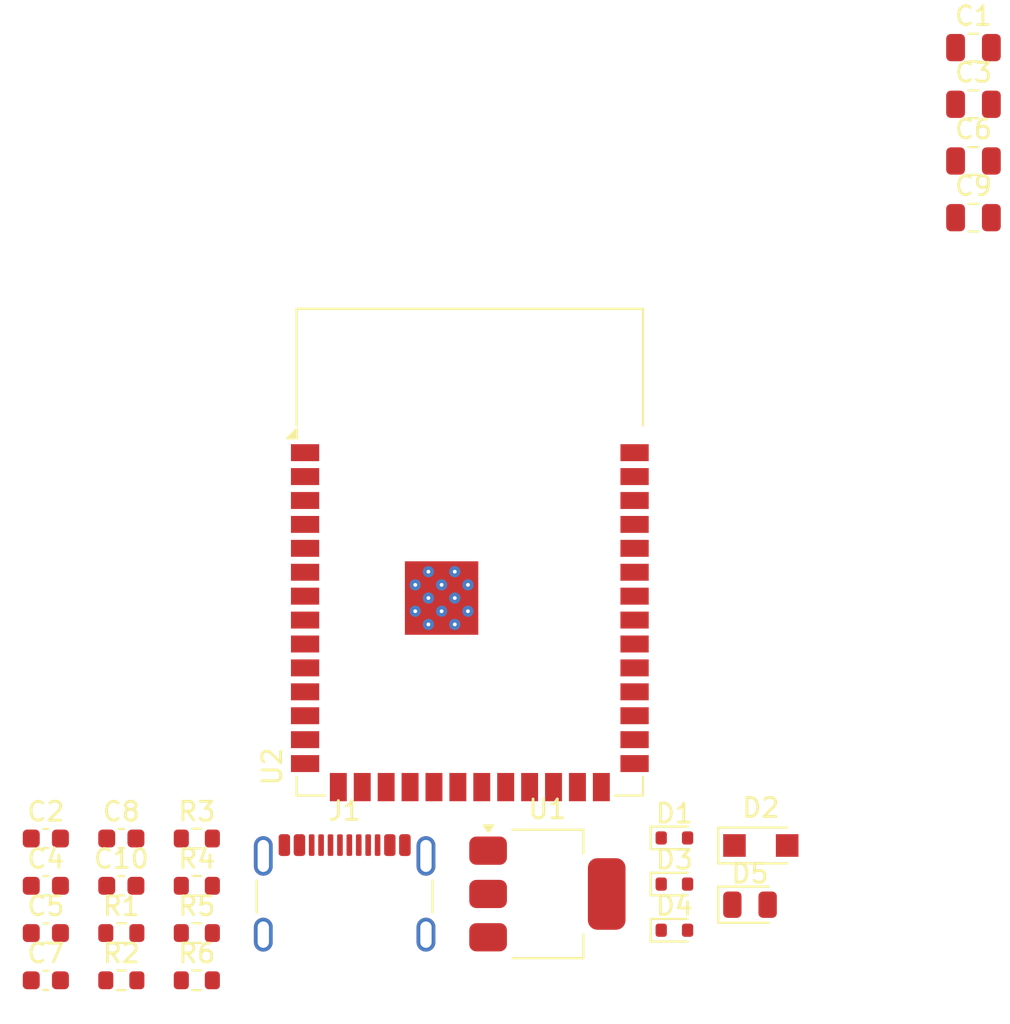
<source format=kicad_pcb>
(kicad_pcb (version 20241229) (generator "pcbnew") (generator_version "9.0")
  (layers (0 "F.Cu" signal) (2 "B.Cu" signal) (13 "F.Paste" user) (15 "B.Paste" user) (5 "F.SilkS" user "F.Silkscreen") (7 "B.SilkS" user "B.Silkscreen") (1 "F.Mask" user) (3 "B.Mask" user) (25 "Edge.Cuts" user))
  (net 0 "")
  (net 1 "GND")
  (net 2 "VCC_5V")
  (net 3 "VCC_3.3V")
  (net 4 "Net-(SW1-B)")
  (net 5 "VCC_3V3")
  (net 6 "GPIO0")
  (net 7 "Net-(D1-A2)")
  (net 8 "D-")
  (net 9 "D+")
  (net 14 "Net-(J1-CC2)")
  (net 15 "Net-(J1-CC1)")
  (footprint "RF_Module:ESP32-S3-WROOM-1" (layer "F.Cu") (at 97.3 80.27)
    (property "Reference" "U2" (at -10.5 11.4 90) (layer "F.SilkS"))
    (property "Value" "ESP32-S3-WROOM-1")
    (fp_line (start -9.2 -12.9) (end -9.2 -6.7) (stroke (width 0.12)) (layer "F.SilkS"))
    (fp_line (start -9.2 -12.9) (end 9.2 -12.9) (stroke (width 0.12)) (layer "F.SilkS"))
    (fp_line (start -9.2 11.95) (end -9.2 12.95) (stroke (width 0.12)) (layer "F.SilkS"))
    (fp_line (start -9.2 12.95) (end -7.7 12.95) (stroke (width 0.12)) (layer "F.SilkS"))
    (fp_line (start 9.2 -12.9) (end 9.2 -6.7) (stroke (width 0.12)) (layer "F.SilkS"))
    (fp_line (start 9.2 12.95) (end 7.7 12.95) (stroke (width 0.12)) (layer "F.SilkS"))
    (fp_line (start 9.2 12.95) (end 9.2 11.95) (stroke (width 0.12)) (layer "F.SilkS"))
    (fp_poly (pts (xy -9.2 -6.025) (xy -9.7 -6.025) (xy -9.2 -6.525) (xy -9.2 -6.025)) (stroke (width 0.12)) (fill yes) (layer "F.SilkS"))
    (pad "1" smd rect (at -8.75 -5.26) (size 1.5 0.9) (layers "F.Cu" "F.Mask" "F.Paste") (net 1 "GND"))
    (pad "2" smd rect (at -8.75 -3.99) (size 1.5 0.9) (layers "F.Cu" "F.Mask" "F.Paste") (net 5 "VCC_3V3"))
    (pad "3" smd rect (at -8.75 -2.72) (size 1.5 0.9) (layers "F.Cu" "F.Mask" "F.Paste") (net 4 "Net-(SW1-B)"))
    (pad "4" smd rect (at -8.75 -1.45) (size 1.5 0.9) (layers "F.Cu" "F.Mask" "F.Paste"))
    (pad "5" smd rect (at -8.75 -0.18) (size 1.5 0.9) (layers "F.Cu" "F.Mask" "F.Paste"))
    (pad "6" smd rect (at -8.75 1.09) (size 1.5 0.9) (layers "F.Cu" "F.Mask" "F.Paste"))
    (pad "7" smd rect (at -8.75 2.36) (size 1.5 0.9) (layers "F.Cu" "F.Mask" "F.Paste"))
    (pad "8" smd rect (at -8.75 3.63) (size 1.5 0.9) (layers "F.Cu" "F.Mask" "F.Paste"))
    (pad "9" smd rect (at -8.75 4.9) (size 1.5 0.9) (layers "F.Cu" "F.Mask" "F.Paste"))
    (pad "10" smd rect (at -8.75 6.17) (size 1.5 0.9) (layers "F.Cu" "F.Mask" "F.Paste"))
    (pad "11" smd rect (at -8.75 7.44) (size 1.5 0.9) (layers "F.Cu" "F.Mask" "F.Paste"))
    (pad "12" smd rect (at -8.75 8.71) (size 1.5 0.9) (layers "F.Cu" "F.Mask" "F.Paste"))
    (pad "13" smd rect (at -8.75 9.98) (size 1.5 0.9) (layers "F.Cu" "F.Mask" "F.Paste") (net 8 "D-"))
    (pad "14" smd rect (at -8.75 11.25 180) (size 1.5 0.9) (layers "F.Cu" "F.Mask" "F.Paste") (net 9 "D+"))
    (pad "15" smd rect (at -6.985 12.5 270) (size 1.5 0.9) (layers "F.Cu" "F.Mask" "F.Paste"))
    (pad "16" smd rect (at -5.715 12.5 270) (size 1.5 0.9) (layers "F.Cu" "F.Mask" "F.Paste"))
    (pad "17" smd rect (at -4.445 12.5 270) (size 1.5 0.9) (layers "F.Cu" "F.Mask" "F.Paste"))
    (pad "18" smd rect (at -3.175 12.5 270) (size 1.5 0.9) (layers "F.Cu" "F.Mask" "F.Paste"))
    (pad "19" smd rect (at -1.905 12.5 270) (size 1.5 0.9) (layers "F.Cu" "F.Mask" "F.Paste"))
    (pad "20" smd rect (at -0.635 12.5 270) (size 1.5 0.9) (layers "F.Cu" "F.Mask" "F.Paste"))
    (pad "21" smd rect (at 0.635 12.5 270) (size 1.5 0.9) (layers "F.Cu" "F.Mask" "F.Paste"))
    (pad "22" smd rect (at 1.905 12.5 270) (size 1.5 0.9) (layers "F.Cu" "F.Mask" "F.Paste"))
    (pad "23" smd rect (at 3.175 12.5 270) (size 1.5 0.9) (layers "F.Cu" "F.Mask" "F.Paste"))
    (pad "24" smd rect (at 4.445 12.5 270) (size 1.5 0.9) (layers "F.Cu" "F.Mask" "F.Paste"))
    (pad "25" smd rect (at 5.715 12.5 270) (size 1.5 0.9) (layers "F.Cu" "F.Mask" "F.Paste"))
    (pad "26" smd rect (at 6.985 12.5 270) (size 1.5 0.9) (layers "F.Cu" "F.Mask" "F.Paste"))
    (pad "27" smd rect (at 8.75 11.25) (size 1.5 0.9) (layers "F.Cu" "F.Mask" "F.Paste") (net 6 "GPIO0"))
    (pad "28" smd rect (at 8.75 9.98) (size 1.5 0.9) (layers "F.Cu" "F.Mask" "F.Paste"))
    (pad "29" smd rect (at 8.75 8.71) (size 1.5 0.9) (layers "F.Cu" "F.Mask" "F.Paste"))
    (pad "30" smd rect (at 8.75 7.44) (size 1.5 0.9) (layers "F.Cu" "F.Mask" "F.Paste"))
    (pad "31" smd rect (at 8.75 6.17) (size 1.5 0.9) (layers "F.Cu" "F.Mask" "F.Paste"))
    (pad "32" smd rect (at 8.75 4.9) (size 1.5 0.9) (layers "F.Cu" "F.Mask" "F.Paste"))
    (pad "33" smd rect (at 8.75 3.63) (size 1.5 0.9) (layers "F.Cu" "F.Mask" "F.Paste"))
    (pad "34" smd rect (at 8.75 2.36) (size 1.5 0.9) (layers "F.Cu" "F.Mask" "F.Paste"))
    (pad "35" smd rect (at 8.75 1.09) (size 1.5 0.9) (layers "F.Cu" "F.Mask" "F.Paste"))
    (pad "36" smd rect (at 8.75 -0.18) (size 1.5 0.9) (layers "F.Cu" "F.Mask" "F.Paste"))
    (pad "37" smd rect (at 8.75 -1.45) (size 1.5 0.9) (layers "F.Cu" "F.Mask" "F.Paste"))
    (pad "38" smd rect (at 8.75 -2.72) (size 1.5 0.9) (layers "F.Cu" "F.Mask" "F.Paste"))
    (pad "39" smd rect (at 8.75 -3.99) (size 1.5 0.9) (layers "F.Cu" "F.Mask" "F.Paste"))
    (pad "40" smd rect (at 8.75 -5.26) (size 1.5 0.9) (layers "F.Cu" "F.Mask" "F.Paste") (net 1 "GND"))
    (pad "41" thru_hole circle (at -2.9 1.76 90) (size 0.6 0.6) (drill 0.2) (property pad_prop_heatsink) (layers "*.Cu" "F.Mask") (net 1 "GND"))
    (pad "41" thru_hole circle (at -2.9 3.16) (size 0.6 0.6) (drill 0.2) (property pad_prop_heatsink) (layers "*.Cu" "F.Mask") (net 1 "GND"))
    (pad "41" thru_hole circle (at -2.2 1.06) (size 0.6 0.6) (drill 0.2) (property pad_prop_heatsink) (layers "*.Cu" "F.Mask") (net 1 "GND"))
    (pad "41" thru_hole circle (at -2.2 2.46) (size 0.6 0.6) (drill 0.2) (property pad_prop_heatsink) (layers "*.Cu" "F.Mask") (net 1 "GND"))
    (pad "41" thru_hole circle (at -2.2 3.86) (size 0.6 0.6) (drill 0.2) (property pad_prop_heatsink) (layers "*.Cu" "F.Mask") (net 1 "GND"))
    (pad "41" thru_hole circle (at -1.5 1.76) (size 0.6 0.6) (drill 0.2) (property pad_prop_heatsink) (layers "*.Cu" "F.Mask") (net 1 "GND"))
    (pad "41" smd rect (at -1.5 2.46 270) (size 3.9 3.9) (property pad_prop_heatsink) (layers "F.Cu" "F.Mask") (net 1 "GND"))
    (pad "41" thru_hole circle (at -1.5 3.16) (size 0.6 0.6) (drill 0.2) (property pad_prop_heatsink) (layers "*.Cu" "F.Mask") (net 1 "GND"))
    (pad "41" thru_hole circle (at -0.8 1.06) (size 0.6 0.6) (drill 0.2) (property pad_prop_heatsink) (layers "*.Cu" "F.Mask") (net 1 "GND"))
    (pad "41" thru_hole circle (at -0.8 2.46) (size 0.6 0.6) (drill 0.2) (property pad_prop_heatsink) (layers "*.Cu" "F.Mask") (net 1 "GND"))
    (pad "41" thru_hole circle (at -0.8 3.86) (size 0.6 0.6) (drill 0.2) (property pad_prop_heatsink) (layers "*.Cu" "F.Mask") (net 1 "GND"))
    (pad "41" thru_hole circle (at -0.1 1.76) (size 0.6 0.6) (drill 0.2) (property pad_prop_heatsink) (layers "*.Cu" "F.Mask") (net 1 "GND"))
    (pad "41" thru_hole circle (at -0.1 3.16) (size 0.6 0.6) (drill 0.2) (property pad_prop_heatsink) (layers "*.Cu" "F.Mask") (net 1 "GND"))
  )
  (footprint "Capacitor_SMD:C_0603_1608Metric" (layer "F.Cu") (at 78.79 95.5)
    (property "Reference" "C8" (at 0 -1.43 0) (layer "F.SilkS"))
    (property "Value" "100nF")
    (fp_line (start -0.14058 -0.51) (end 0.14058 -0.51) (stroke (width 0.12)) (layer "F.SilkS"))
    (fp_line (start -0.14058 0.51) (end 0.14058 0.51) (stroke (width 0.12)) (layer "F.SilkS"))
    (pad "1" smd roundrect (at -0.775 0) (size 0.9 0.95) (layers "F.Cu" "F.Mask" "F.Paste") (net 1 "GND"))
    (pad "2" smd roundrect (at 0.775 0) (size 0.9 0.95) (layers "F.Cu" "F.Mask" "F.Paste") (net 5 "VCC_3V3"))
  )
  (footprint "Resistor_SMD:R_0603_1608Metric" (layer "F.Cu") (at 82.8 103.03)
    (property "Reference" "R6" (at 0 -1.43 0) (layer "F.SilkS"))
    (property "Value" "10k")
    (fp_line (start -0.237258 -0.5225) (end 0.237258 -0.5225) (stroke (width 0.12)) (layer "F.SilkS"))
    (fp_line (start -0.237258 0.5225) (end 0.237258 0.5225) (stroke (width 0.12)) (layer "F.SilkS"))
    (pad "1" smd roundrect (at -0.825 0) (size 0.8 0.95) (layers "F.Cu" "F.Mask" "F.Paste") (net 5 "VCC_3V3"))
    (pad "2" smd roundrect (at 0.825 0) (size 0.8 0.95) (layers "F.Cu" "F.Mask" "F.Paste") (net 6 "GPIO0"))
  )
  (footprint "Capacitor_SMD:C_0603_1608Metric" (layer "F.Cu") (at 74.78 100.52)
    (property "Reference" "C5" (at 0 -1.43 0) (layer "F.SilkS"))
    (property "Value" "1uF")
    (fp_line (start -0.14058 -0.51) (end 0.14058 -0.51) (stroke (width 0.12)) (layer "F.SilkS"))
    (fp_line (start -0.14058 0.51) (end 0.14058 0.51) (stroke (width 0.12)) (layer "F.SilkS"))
    (pad "1" smd roundrect (at -0.775 0) (size 0.9 0.95) (layers "F.Cu" "F.Mask" "F.Paste") (net 4 "Net-(SW1-B)"))
    (pad "2" smd roundrect (at 0.775 0) (size 0.9 0.95) (layers "F.Cu" "F.Mask" "F.Paste") (net 1 "GND"))
  )
  (footprint "Connector_USB:USB_C_Receptacle_GCT_USB4105-xx-A_16P_TopMnt_Horizontal" (layer "F.Cu") (at 90.65 99.53)
    (property "Reference" "J1" (at 0 -5.5 0) (layer "F.SilkS"))
    (property "Value" "USB_C_Receptacle_USB2.0_16P")
    (fp_line (start -4.67 -0.1) (end -4.67 -1.8) (stroke (width 0.12)) (layer "F.SilkS"))
    (fp_line (start 4.67 -0.1) (end 4.67 -1.8) (stroke (width 0.12)) (layer "F.SilkS"))
    (pad "" np_thru_hole circle (at -2.89 -2.605) (size 0.65 0.65) (drill 0.65) (layers "*.Cu" "*.Mask"))
    (pad "" np_thru_hole circle (at 2.89 -2.605) (size 0.65 0.65) (drill 0.65) (layers "*.Cu" "*.Mask"))
    (pad "A1" smd roundrect (at -3.2 -3.68) (size 0.6 1.15) (layers "F.Cu" "F.Mask" "F.Paste") (net 1 "GND"))
    (pad "A4" smd roundrect (at -2.4 -3.68) (size 0.6 1.15) (layers "F.Cu" "F.Mask" "F.Paste") (net 7 "Net-(D1-A2)"))
    (pad "A5" smd roundrect (at -1.25 -3.68) (size 0.3 1.15) (layers "F.Cu" "F.Mask" "F.Paste") (net 15 "Net-(J1-CC1)"))
    (pad "A6" smd roundrect (at -0.25 -3.68) (size 0.3 1.15) (layers "F.Cu" "F.Mask" "F.Paste") (net 9 "D+"))
    (pad "A7" smd roundrect (at 0.25 -3.68) (size 0.3 1.15) (layers "F.Cu" "F.Mask" "F.Paste") (net 8 "D-"))
    (pad "A8" smd roundrect (at 1.25 -3.68) (size 0.3 1.15) (layers "F.Cu" "F.Mask" "F.Paste"))
    (pad "A9" smd roundrect (at 2.4 -3.68) (size 0.6 1.15) (layers "F.Cu" "F.Mask" "F.Paste") (net 7 "Net-(D1-A2)"))
    (pad "A12" smd roundrect (at 3.2 -3.68) (size 0.6 1.15) (layers "F.Cu" "F.Mask" "F.Paste") (net 1 "GND"))
    (pad "B1" smd roundrect (at 3.2 -3.68) (size 0.6 1.15) (layers "F.Cu" "F.Mask" "F.Paste") (net 1 "GND"))
    (pad "B4" smd roundrect (at 2.4 -3.68) (size 0.6 1.15) (layers "F.Cu" "F.Mask" "F.Paste") (net 7 "Net-(D1-A2)"))
    (pad "B5" smd roundrect (at 1.75 -3.68) (size 0.3 1.15) (layers "F.Cu" "F.Mask" "F.Paste") (net 14 "Net-(J1-CC2)"))
    (pad "B6" smd roundrect (at 0.75 -3.68) (size 0.3 1.15) (layers "F.Cu" "F.Mask" "F.Paste") (net 9 "D+"))
    (pad "B7" smd roundrect (at -0.75 -3.68) (size 0.3 1.15) (layers "F.Cu" "F.Mask" "F.Paste") (net 8 "D-"))
    (pad "B8" smd roundrect (at -1.75 -3.68) (size 0.3 1.15) (layers "F.Cu" "F.Mask" "F.Paste"))
    (pad "B9" smd roundrect (at -2.4 -3.68) (size 0.6 1.15) (layers "F.Cu" "F.Mask" "F.Paste") (net 7 "Net-(D1-A2)"))
    (pad "B12" smd roundrect (at -3.2 -3.68) (size 0.6 1.15) (layers "F.Cu" "F.Mask" "F.Paste") (net 1 "GND"))
    (pad "S1" thru_hole oval (at -4.32 -3.105) (size 1 2.1) (drill oval 0.6 1.7) (property pad_prop_heatsink) (layers "*.Cu" "*.Mask" "F.Paste") (net 1 "GND"))
    (pad "S1" thru_hole oval (at -4.32 1.075) (size 1 1.8) (drill oval 0.6 1.4) (property pad_prop_heatsink) (layers "*.Cu" "*.Mask" "F.Paste") (net 1 "GND"))
    (pad "S1" thru_hole oval (at 4.32 -3.105) (size 1 2.1) (drill oval 0.6 1.7) (property pad_prop_heatsink) (layers "*.Cu" "*.Mask" "F.Paste") (net 1 "GND"))
    (pad "S1" thru_hole oval (at 4.32 1.075) (size 1 1.8) (drill oval 0.6 1.4) (property pad_prop_heatsink) (layers "*.Cu" "*.Mask" "F.Paste") (net 1 "GND"))
  )
  (footprint "Capacitor_SMD:C_0805_2012Metric" (layer "F.Cu") (at 124.05 53.5)
    (property "Reference" "C1" (at 0 -1.68 0) (layer "F.SilkS"))
    (property "Value" "10uF")
    (fp_line (start -0.261252 -0.735) (end 0.261252 -0.735) (stroke (width 0.12)) (layer "F.SilkS"))
    (fp_line (start -0.261252 0.735) (end 0.261252 0.735) (stroke (width 0.12)) (layer "F.SilkS"))
    (pad "1" smd roundrect (at -0.95 0) (size 1 1.45) (layers "F.Cu" "F.Mask" "F.Paste") (net 2 "VCC_5V"))
    (pad "2" smd roundrect (at 0.95 0) (size 1 1.45) (layers "F.Cu" "F.Mask" "F.Paste") (net 1 "GND"))
  )
  (footprint "Diode_SMD:Nexperia_CFP3_SOD-123W" (layer "F.Cu") (at 112.755 95.87)
    (property "Reference" "D2" (at 0 -2 0) (layer "F.SilkS"))
    (property "Value" "1N5819HW")
    (fp_line (start -2.26 -0.95) (end -2.26 0.95) (stroke (width 0.12)) (layer "F.SilkS"))
    (fp_line (start -2.26 -0.95) (end 1.4 -0.95) (stroke (width 0.12)) (layer "F.SilkS"))
    (fp_line (start -2.26 0.95) (end 1.4 0.95) (stroke (width 0.12)) (layer "F.SilkS"))
    (pad "1" smd rect (at -1.4 0) (size 1.2 1.2) (layers "F.Cu" "F.Mask" "F.Paste") (net 2 "VCC_5V"))
    (pad "2" smd rect (at 1.4 0) (size 1.2 1.2) (layers "F.Cu" "F.Mask" "F.Paste") (net 7 "Net-(D1-A2)"))
  )
  (footprint "Capacitor_SMD:C_0805_2012Metric" (layer "F.Cu") (at 124.05 62.53)
    (property "Reference" "C9" (at 0 -1.68 0) (layer "F.SilkS"))
    (property "Value" "10uF")
    (fp_line (start -0.261252 -0.735) (end 0.261252 -0.735) (stroke (width 0.12)) (layer "F.SilkS"))
    (fp_line (start -0.261252 0.735) (end 0.261252 0.735) (stroke (width 0.12)) (layer "F.SilkS"))
    (pad "1" smd roundrect (at -0.95 0) (size 1 1.45) (layers "F.Cu" "F.Mask" "F.Paste") (net 1 "GND"))
    (pad "2" smd roundrect (at 0.95 0) (size 1 1.45) (layers "F.Cu" "F.Mask" "F.Paste") (net 5 "VCC_3V3"))
  )
  (footprint "Resistor_SMD:R_0603_1608Metric" (layer "F.Cu") (at 82.8 98.01)
    (property "Reference" "R4" (at 0 -1.43 0) (layer "F.SilkS"))
    (property "Value" "160")
    (fp_line (start -0.237258 -0.5225) (end 0.237258 -0.5225) (stroke (width 0.12)) (layer "F.SilkS"))
    (fp_line (start -0.237258 0.5225) (end 0.237258 0.5225) (stroke (width 0.12)) (layer "F.SilkS"))
    (pad "1" smd roundrect (at -0.825 0) (size 0.8 0.95) (layers "F.Cu" "F.Mask" "F.Paste"))
    (pad "2" smd roundrect (at 0.825 0) (size 0.8 0.95) (layers "F.Cu" "F.Mask" "F.Paste"))
  )
  (footprint "Package_TO_SOT_SMD:SOT-223-3_TabPin2" (layer "F.Cu") (at 101.42 98.445)
    (property "Reference" "U1" (at 0 -4.5 0) (layer "F.SilkS"))
    (property "Value" "AMS1117-3.3")
    (fp_line (start -1.85 -3.41) (end 1.91 -3.41) (stroke (width 0.12)) (layer "F.SilkS"))
    (fp_line (start -1.85 3.41) (end 1.91 3.41) (stroke (width 0.12)) (layer "F.SilkS"))
    (fp_line (start 1.91 -3.41) (end 1.91 -2.15) (stroke (width 0.12)) (layer "F.SilkS"))
    (fp_line (start 1.91 3.41) (end 1.91 2.15) (stroke (width 0.12)) (layer "F.SilkS"))
    (fp_poly (pts (xy -3.13 -3.31) (xy -3.37 -3.64) (xy -2.89 -3.64) (xy -3.13 -3.31)) (stroke (width 0.12)) (fill yes) (layer "F.SilkS"))
    (pad "1" smd roundrect (at -3.15 -2.3) (size 2 1.5) (layers "F.Cu" "F.Mask" "F.Paste") (net 1 "GND"))
    (pad "2" smd roundrect (at -3.15 0) (size 2 1.5) (layers "F.Cu" "F.Mask" "F.Paste") (net 3 "VCC_3.3V"))
    (pad "2" smd roundrect (at 3.15 0) (size 2 3.8) (layers "F.Cu" "F.Mask" "F.Paste") (net 3 "VCC_3.3V"))
    (pad "3" smd roundrect (at -3.15 2.3) (size 2 1.5) (layers "F.Cu" "F.Mask" "F.Paste") (net 2 "VCC_5V"))
  )
  (footprint "Capacitor_SMD:C_0603_1608Metric" (layer "F.Cu") (at 78.79 98.01)
    (property "Reference" "C10" (at 0 -1.43 0) (layer "F.SilkS"))
    (property "Value" "100nF")
    (fp_line (start -0.14058 -0.51) (end 0.14058 -0.51) (stroke (width 0.12)) (layer "F.SilkS"))
    (fp_line (start -0.14058 0.51) (end 0.14058 0.51) (stroke (width 0.12)) (layer "F.SilkS"))
    (pad "1" smd roundrect (at -0.775 0) (size 0.9 0.95) (layers "F.Cu" "F.Mask" "F.Paste") (net 6 "GPIO0"))
    (pad "2" smd roundrect (at 0.775 0) (size 0.9 0.95) (layers "F.Cu" "F.Mask" "F.Paste") (net 1 "GND"))
  )
  (footprint "LED_SMD:LED_0805_2012Metric" (layer "F.Cu") (at 112.18 99.015)
    (property "Reference" "D5" (at 0 -1.65 0) (layer "F.SilkS"))
    (property "Value" "LED")
    (fp_line (start -1.685 -0.96) (end -1.685 0.96) (stroke (width 0.12)) (layer "F.SilkS"))
    (fp_line (start -1.685 0.96) (end 1 0.96) (stroke (width 0.12)) (layer "F.SilkS"))
    (fp_line (start 1 -0.96) (end -1.685 -0.96) (stroke (width 0.12)) (layer "F.SilkS"))
    (pad "1" smd roundrect (at -0.9375 0) (size 0.975 1.4) (layers "F.Cu" "F.Mask" "F.Paste"))
    (pad "2" smd roundrect (at 0.9375 0) (size 0.975 1.4) (layers "F.Cu" "F.Mask" "F.Paste"))
  )
  (footprint "Resistor_SMD:R_0603_1608Metric" (layer "F.Cu") (at 78.79 100.52)
    (property "Reference" "R1" (at 0 -1.43 0) (layer "F.SilkS"))
    (property "Value" "10k")
    (fp_line (start -0.237258 -0.5225) (end 0.237258 -0.5225) (stroke (width 0.12)) (layer "F.SilkS"))
    (fp_line (start -0.237258 0.5225) (end 0.237258 0.5225) (stroke (width 0.12)) (layer "F.SilkS"))
    (pad "1" smd roundrect (at -0.825 0) (size 0.8 0.95) (layers "F.Cu" "F.Mask" "F.Paste") (net 5 "VCC_3V3"))
    (pad "2" smd roundrect (at 0.825 0) (size 0.8 0.95) (layers "F.Cu" "F.Mask" "F.Paste") (net 4 "Net-(SW1-B)"))
  )
  (footprint "Capacitor_SMD:C_0805_2012Metric" (layer "F.Cu") (at 124.05 56.51)
    (property "Reference" "C3" (at 0 -1.68 0) (layer "F.SilkS"))
    (property "Value" "10uF")
    (fp_line (start -0.261252 -0.735) (end 0.261252 -0.735) (stroke (width 0.12)) (layer "F.SilkS"))
    (fp_line (start -0.261252 0.735) (end 0.261252 0.735) (stroke (width 0.12)) (layer "F.SilkS"))
    (pad "1" smd roundrect (at -0.95 0) (size 1 1.45) (layers "F.Cu" "F.Mask" "F.Paste") (net 3 "VCC_3.3V"))
    (pad "2" smd roundrect (at 0.95 0) (size 1 1.45) (layers "F.Cu" "F.Mask" "F.Paste") (net 1 "GND"))
  )
  (footprint "Resistor_SMD:R_0603_1608Metric" (layer "F.Cu") (at 82.8 100.52)
    (property "Reference" "R5" (at 0 -1.43 0) (layer "F.SilkS"))
    (property "Value" "10k")
    (fp_line (start -0.237258 -0.5225) (end 0.237258 -0.5225) (stroke (width 0.12)) (layer "F.SilkS"))
    (fp_line (start -0.237258 0.5225) (end 0.237258 0.5225) (stroke (width 0.12)) (layer "F.SilkS"))
    (pad "1" smd roundrect (at -0.825 0) (size 0.8 0.95) (layers "F.Cu" "F.Mask" "F.Paste") (net 5 "VCC_3V3"))
    (pad "2" smd roundrect (at 0.825 0) (size 0.8 0.95) (layers "F.Cu" "F.Mask" "F.Paste") (net 4 "Net-(SW1-B)"))
  )
  (footprint "Diode_SMD:D_SOD-523" (layer "F.Cu") (at 108.165 97.92)
    (property "Reference" "D3" (at 0 -1.3 0) (layer "F.SilkS"))
    (property "Value" "LESD5D5.0CT1G")
    (fp_line (start -1.26 -0.6) (end -1.26 0.6) (stroke (width 0.12)) (layer "F.SilkS"))
    (fp_line (start 0.7 -0.6) (end -1.26 -0.6) (stroke (width 0.12)) (layer "F.SilkS"))
    (fp_line (start 0.7 0.6) (end -1.26 0.6) (stroke (width 0.12)) (layer "F.SilkS"))
    (pad "1" smd roundrect (at -0.7 0 180) (size 0.6 0.7) (layers "F.Cu" "F.Mask" "F.Paste") (net 1 "GND"))
    (pad "2" smd roundrect (at 0.7 0 180) (size 0.6 0.7) (layers "F.Cu" "F.Mask" "F.Paste") (net 8 "D-"))
  )
  (footprint "Resistor_SMD:R_0603_1608Metric" (layer "F.Cu") (at 78.79 103.03)
    (property "Reference" "R2" (at 0 -1.43 0) (layer "F.SilkS"))
    (property "Value" "5.1k")
    (fp_line (start -0.237258 -0.5225) (end 0.237258 -0.5225) (stroke (width 0.12)) (layer "F.SilkS"))
    (fp_line (start -0.237258 0.5225) (end 0.237258 0.5225) (stroke (width 0.12)) (layer "F.SilkS"))
    (pad "1" smd roundrect (at -0.825 0) (size 0.8 0.95) (layers "F.Cu" "F.Mask" "F.Paste") (net 1 "GND"))
    (pad "2" smd roundrect (at 0.825 0) (size 0.8 0.95) (layers "F.Cu" "F.Mask" "F.Paste") (net 14 "Net-(J1-CC2)"))
  )
  (footprint "Capacitor_SMD:C_0603_1608Metric" (layer "F.Cu") (at 74.78 95.5)
    (property "Reference" "C2" (at 0 -1.43 0) (layer "F.SilkS"))
    (property "Value" "100nF")
    (fp_line (start -0.14058 -0.51) (end 0.14058 -0.51) (stroke (width 0.12)) (layer "F.SilkS"))
    (fp_line (start -0.14058 0.51) (end 0.14058 0.51) (stroke (width 0.12)) (layer "F.SilkS"))
    (pad "1" smd roundrect (at -0.775 0) (size 0.9 0.95) (layers "F.Cu" "F.Mask" "F.Paste") (net 2 "VCC_5V"))
    (pad "2" smd roundrect (at 0.775 0) (size 0.9 0.95) (layers "F.Cu" "F.Mask" "F.Paste") (net 1 "GND"))
  )
  (footprint "Resistor_SMD:R_0603_1608Metric" (layer "F.Cu") (at 82.8 95.5)
    (property "Reference" "R3" (at 0 -1.43 0) (layer "F.SilkS"))
    (property "Value" "5.1k")
    (fp_line (start -0.237258 -0.5225) (end 0.237258 -0.5225) (stroke (width 0.12)) (layer "F.SilkS"))
    (fp_line (start -0.237258 0.5225) (end 0.237258 0.5225) (stroke (width 0.12)) (layer "F.SilkS"))
    (pad "1" smd roundrect (at -0.825 0) (size 0.8 0.95) (layers "F.Cu" "F.Mask" "F.Paste") (net 15 "Net-(J1-CC1)"))
    (pad "2" smd roundrect (at 0.825 0) (size 0.8 0.95) (layers "F.Cu" "F.Mask" "F.Paste") (net 1 "GND"))
  )
  (footprint "Diode_SMD:D_SOD-523" (layer "F.Cu") (at 108.165 95.47)
    (property "Reference" "D1" (at 0 -1.3 0) (layer "F.SilkS"))
    (property "Value" "LESD5D5.0CT1G")
    (fp_line (start -1.26 -0.6) (end -1.26 0.6) (stroke (width 0.12)) (layer "F.SilkS"))
    (fp_line (start 0.7 -0.6) (end -1.26 -0.6) (stroke (width 0.12)) (layer "F.SilkS"))
    (fp_line (start 0.7 0.6) (end -1.26 0.6) (stroke (width 0.12)) (layer "F.SilkS"))
    (pad "1" smd roundrect (at -0.7 0 180) (size 0.6 0.7) (layers "F.Cu" "F.Mask" "F.Paste") (net 1 "GND"))
    (pad "2" smd roundrect (at 0.7 0 180) (size 0.6 0.7) (layers "F.Cu" "F.Mask" "F.Paste") (net 7 "Net-(D1-A2)"))
  )
  (footprint "Capacitor_SMD:C_0603_1608Metric" (layer "F.Cu") (at 74.78 98.01)
    (property "Reference" "C4" (at 0 -1.43 0) (layer "F.SilkS"))
    (property "Value" "100nF")
    (fp_line (start -0.14058 -0.51) (end 0.14058 -0.51) (stroke (width 0.12)) (layer "F.SilkS"))
    (fp_line (start -0.14058 0.51) (end 0.14058 0.51) (stroke (width 0.12)) (layer "F.SilkS"))
    (pad "1" smd roundrect (at -0.775 0) (size 0.9 0.95) (layers "F.Cu" "F.Mask" "F.Paste") (net 3 "VCC_3.3V"))
    (pad "2" smd roundrect (at 0.775 0) (size 0.9 0.95) (layers "F.Cu" "F.Mask" "F.Paste") (net 1 "GND"))
  )
  (footprint "Diode_SMD:D_SOD-523" (layer "F.Cu") (at 108.165 100.37)
    (property "Reference" "D4" (at 0 -1.3 0) (layer "F.SilkS"))
    (property "Value" "LESD5D5.0CT1G")
    (fp_line (start -1.26 -0.6) (end -1.26 0.6) (stroke (width 0.12)) (layer "F.SilkS"))
    (fp_line (start 0.7 -0.6) (end -1.26 -0.6) (stroke (width 0.12)) (layer "F.SilkS"))
    (fp_line (start 0.7 0.6) (end -1.26 0.6) (stroke (width 0.12)) (layer "F.SilkS"))
    (pad "1" smd roundrect (at -0.7 0 180) (size 0.6 0.7) (layers "F.Cu" "F.Mask" "F.Paste") (net 1 "GND"))
    (pad "2" smd roundrect (at 0.7 0 180) (size 0.6 0.7) (layers "F.Cu" "F.Mask" "F.Paste") (net 9 "D+"))
  )
  (footprint "Capacitor_SMD:C_0805_2012Metric" (layer "F.Cu") (at 124.05 59.52)
    (property "Reference" "C6" (at 0 -1.68 0) (layer "F.SilkS"))
    (property "Value" "10uF")
    (fp_line (start -0.261252 -0.735) (end 0.261252 -0.735) (stroke (width 0.12)) (layer "F.SilkS"))
    (fp_line (start -0.261252 0.735) (end 0.261252 0.735) (stroke (width 0.12)) (layer "F.SilkS"))
    (pad "1" smd roundrect (at -0.95 0) (size 1 1.45) (layers "F.Cu" "F.Mask" "F.Paste") (net 2 "VCC_5V"))
    (pad "2" smd roundrect (at 0.95 0) (size 1 1.45) (layers "F.Cu" "F.Mask" "F.Paste") (net 1 "GND"))
  )
  (footprint "Capacitor_SMD:C_0603_1608Metric" (layer "F.Cu") (at 74.78 103.03)
    (property "Reference" "C7" (at 0 -1.43 0) (layer "F.SilkS"))
    (property "Value" "100nF")
    (fp_line (start -0.14058 -0.51) (end 0.14058 -0.51) (stroke (width 0.12)) (layer "F.SilkS"))
    (fp_line (start -0.14058 0.51) (end 0.14058 0.51) (stroke (width 0.12)) (layer "F.SilkS"))
    (pad "1" smd roundrect (at -0.775 0) (size 0.9 0.95) (layers "F.Cu" "F.Mask" "F.Paste") (net 4 "Net-(SW1-B)"))
    (pad "2" smd roundrect (at 0.775 0) (size 0.9 0.95) (layers "F.Cu" "F.Mask" "F.Paste") (net 1 "GND"))
  )
)
</source>
